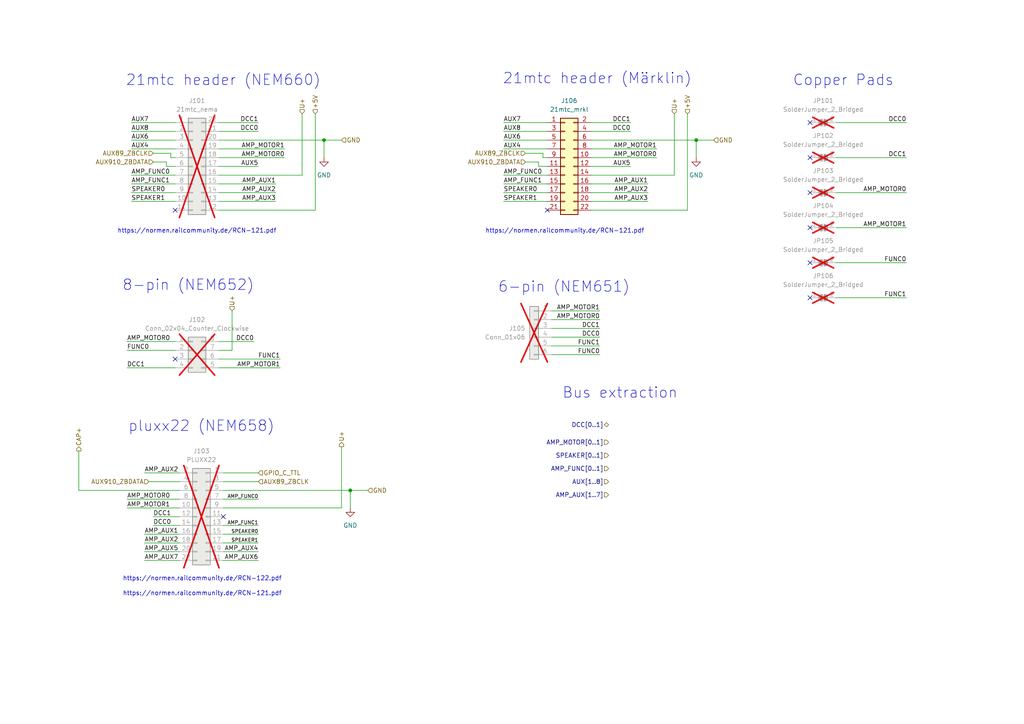
<source format=kicad_sch>
(kicad_sch (version 20231120) (generator "eeschema") (generator_version "7.99")
  (paper "A4")
  (lib_symbols
    (symbol "Connector_Generic:Conn_01x06" (pin_names (offset 1.016) hide)
      (property "Reference" "J" (at 0 7.62 0))
      (property "Value" "Conn_01x06" (at 0 -10.16 0))
      (symbol "Conn_01x06_1_1"
        (rectangle (start -1.27 -7.493) (end 0 -7.747) (stroke (width 0.1524)))
        (rectangle (start -1.27 -4.953) (end 0 -5.207) (stroke (width 0.1524)))
        (rectangle (start -1.27 -2.413) (end 0 -2.667) (stroke (width 0.1524)))
        (rectangle (start -1.27 0.127) (end 0 -0.127) (stroke (width 0.1524)))
        (rectangle (start -1.27 2.667) (end 0 2.413) (stroke (width 0.1524)))
        (rectangle (start -1.27 5.207) (end 0 4.953) (stroke (width 0.1524)))
        (rectangle (start -1.27 6.35) (end 1.27 -8.89) (stroke (width 0.254)) (fill (type background)))
        (pin passive line (at -5.08 5.08 0) (length 3.81) (name "Pin_1") (number "1"))
        (pin passive line (at -5.08 2.54 0) (length 3.81) (name "Pin_2") (number "2"))
        (pin passive line (at -5.08 0 0) (length 3.81) (name "Pin_3") (number "3"))
        (pin passive line (at -5.08 -2.54 0) (length 3.81) (name "Pin_4") (number "4"))
        (pin passive line (at -5.08 -5.08 0) (length 3.81) (name "Pin_5") (number "5"))
        (pin passive line (at -5.08 -7.62 0) (length 3.81) (name "Pin_6") (number "6"))
      )
    )
    (symbol "Connector_Generic:Conn_02x04_Counter_Clockwise" (pin_names (offset 1.016) hide)
      (property "Reference" "J" (at 1.27 5.08 0))
      (property "Value" "Conn_02x04_Counter_Clockwise" (at 1.27 -7.62 0))
      (symbol "Conn_02x04_Counter_Clockwise_1_1"
        (rectangle (start -1.27 -4.953) (end 0 -5.207) (stroke (width 0.1524)))
        (rectangle (start -1.27 -2.413) (end 0 -2.667) (stroke (width 0.1524)))
        (rectangle (start -1.27 0.127) (end 0 -0.127) (stroke (width 0.1524)))
        (rectangle (start -1.27 2.667) (end 0 2.413) (stroke (width 0.1524)))
        (rectangle (start -1.27 3.81) (end 3.81 -6.35) (stroke (width 0.254)) (fill (type background)))
        (rectangle (start 3.81 -4.953) (end 2.54 -5.207) (stroke (width 0.1524)))
        (rectangle (start 3.81 -2.413) (end 2.54 -2.667) (stroke (width 0.1524)))
        (rectangle (start 3.81 0.127) (end 2.54 -0.127) (stroke (width 0.1524)))
        (rectangle (start 3.81 2.667) (end 2.54 2.413) (stroke (width 0.1524)))
        (pin passive line (at -5.08 2.54 0) (length 3.81) (name "Pin_1") (number "1"))
        (pin passive line (at -5.08 0 0) (length 3.81) (name "Pin_2") (number "2"))
        (pin passive line (at -5.08 -2.54 0) (length 3.81) (name "Pin_3") (number "3"))
        (pin passive line (at -5.08 -5.08 0) (length 3.81) (name "Pin_4") (number "4"))
        (pin passive line (at 7.62 -5.08 180) (length 3.81) (name "Pin_5") (number "5"))
        (pin passive line (at 7.62 -2.54 180) (length 3.81) (name "Pin_6") (number "6"))
        (pin passive line (at 7.62 0 180) (length 3.81) (name "Pin_7") (number "7"))
        (pin passive line (at 7.62 2.54 180) (length 3.81) (name "Pin_8") (number "8"))
      )
    )
    (symbol "Connector_Generic:Conn_02x11_Counter_Clockwise" (pin_names (offset 1.016) hide)
      (property "Reference" "J" (at 1.27 15.24 0))
      (property "Value" "Conn_02x11_Counter_Clockwise" (at 1.27 -15.24 0))
      (symbol "Conn_02x11_Counter_Clockwise_1_1"
        (rectangle (start -1.27 -12.573) (end 0 -12.827) (stroke (width 0.1524)))
        (rectangle (start -1.27 -10.033) (end 0 -10.287) (stroke (width 0.1524)))
        (rectangle (start -1.27 -7.493) (end 0 -7.747) (stroke (width 0.1524)))
        (rectangle (start -1.27 -4.953) (end 0 -5.207) (stroke (width 0.1524)))
        (rectangle (start -1.27 -2.413) (end 0 -2.667) (stroke (width 0.1524)))
        (rectangle (start -1.27 0.127) (end 0 -0.127) (stroke (width 0.1524)))
        (rectangle (start -1.27 2.667) (end 0 2.413) (stroke (width 0.1524)))
        (rectangle (start -1.27 5.207) (end 0 4.953) (stroke (width 0.1524)))
        (rectangle (start -1.27 7.747) (end 0 7.493) (stroke (width 0.1524)))
        (rectangle (start -1.27 10.287) (end 0 10.033) (stroke (width 0.1524)))
        (rectangle (start -1.27 12.827) (end 0 12.573) (stroke (width 0.1524)))
        (rectangle (start -1.27 13.97) (end 3.81 -13.97) (stroke (width 0.254)) (fill (type background)))
        (rectangle (start 3.81 -12.573) (end 2.54 -12.827) (stroke (width 0.1524)))
        (rectangle (start 3.81 -10.033) (end 2.54 -10.287) (stroke (width 0.1524)))
        (rectangle (start 3.81 -7.493) (end 2.54 -7.747) (stroke (width 0.1524)))
        (rectangle (start 3.81 -4.953) (end 2.54 -5.207) (stroke (width 0.1524)))
        (rectangle (start 3.81 -2.413) (end 2.54 -2.667) (stroke (width 0.1524)))
        (rectangle (start 3.81 0.127) (end 2.54 -0.127) (stroke (width 0.1524)))
        (rectangle (start 3.81 2.667) (end 2.54 2.413) (stroke (width 0.1524)))
        (rectangle (start 3.81 5.207) (end 2.54 4.953) (stroke (width 0.1524)))
        (rectangle (start 3.81 7.747) (end 2.54 7.493) (stroke (width 0.1524)))
        (rectangle (start 3.81 10.287) (end 2.54 10.033) (stroke (width 0.1524)))
        (rectangle (start 3.81 12.827) (end 2.54 12.573) (stroke (width 0.1524)))
        (pin passive line (at -5.08 12.7 0) (length 3.81) (name "Pin_1") (number "1"))
        (pin passive line (at -5.08 -10.16 0) (length 3.81) (name "Pin_10") (number "10"))
        (pin passive line (at -5.08 -12.7 0) (length 3.81) (name "Pin_11") (number "11"))
        (pin passive line (at 7.62 -12.7 180) (length 3.81) (name "Pin_12") (number "12"))
        (pin passive line (at 7.62 -10.16 180) (length 3.81) (name "Pin_13") (number "13"))
        (pin passive line (at 7.62 -7.62 180) (length 3.81) (name "Pin_14") (number "14"))
        (pin passive line (at 7.62 -5.08 180) (length 3.81) (name "Pin_15") (number "15"))
        (pin passive line (at 7.62 -2.54 180) (length 3.81) (name "Pin_16") (number "16"))
        (pin passive line (at 7.62 0 180) (length 3.81) (name "Pin_17") (number "17"))
        (pin passive line (at 7.62 2.54 180) (length 3.81) (name "Pin_18") (number "18"))
        (pin passive line (at 7.62 5.08 180) (length 3.81) (name "Pin_19") (number "19"))
        (pin passive line (at -5.08 10.16 0) (length 3.81) (name "Pin_2") (number "2"))
        (pin passive line (at 7.62 7.62 180) (length 3.81) (name "Pin_20") (number "20"))
        (pin passive line (at 7.62 10.16 180) (length 3.81) (name "Pin_21") (number "21"))
        (pin passive line (at 7.62 12.7 180) (length 3.81) (name "Pin_22") (number "22"))
        (pin passive line (at -5.08 7.62 0) (length 3.81) (name "Pin_3") (number "3"))
        (pin passive line (at -5.08 5.08 0) (length 3.81) (name "Pin_4") (number "4"))
        (pin passive line (at -5.08 2.54 0) (length 3.81) (name "Pin_5") (number "5"))
        (pin passive line (at -5.08 0 0) (length 3.81) (name "Pin_6") (number "6"))
        (pin passive line (at -5.08 -2.54 0) (length 3.81) (name "Pin_7") (number "7"))
        (pin passive line (at -5.08 -5.08 0) (length 3.81) (name "Pin_8") (number "8"))
        (pin passive line (at -5.08 -7.62 0) (length 3.81) (name "Pin_9") (number "9"))
      )
    )
    (symbol "Connector_Generic:Conn_02x11_Odd_Even" (pin_names (offset 1.016) hide)
      (property "Reference" "J" (at 1.27 15.24 0))
      (property "Value" "Conn_02x11_Odd_Even" (at 1.27 -15.24 0))
      (symbol "Conn_02x11_Odd_Even_1_1"
        (rectangle (start -1.27 -12.573) (end 0 -12.827) (stroke (width 0.1524)))
        (rectangle (start -1.27 -10.033) (end 0 -10.287) (stroke (width 0.1524)))
        (rectangle (start -1.27 -7.493) (end 0 -7.747) (stroke (width 0.1524)))
        (rectangle (start -1.27 -4.953) (end 0 -5.207) (stroke (width 0.1524)))
        (rectangle (start -1.27 -2.413) (end 0 -2.667) (stroke (width 0.1524)))
        (rectangle (start -1.27 0.127) (end 0 -0.127) (stroke (width 0.1524)))
        (rectangle (start -1.27 2.667) (end 0 2.413) (stroke (width 0.1524)))
        (rectangle (start -1.27 5.207) (end 0 4.953) (stroke (width 0.1524)))
        (rectangle (start -1.27 7.747) (end 0 7.493) (stroke (width 0.1524)))
        (rectangle (start -1.27 10.287) (end 0 10.033) (stroke (width 0.1524)))
        (rectangle (start -1.27 12.827) (end 0 12.573) (stroke (width 0.1524)))
        (rectangle (start -1.27 13.97) (end 3.81 -13.97) (stroke (width 0.254)) (fill (type background)))
        (rectangle (start 3.81 -12.573) (end 2.54 -12.827) (stroke (width 0.1524)))
        (rectangle (start 3.81 -10.033) (end 2.54 -10.287) (stroke (width 0.1524)))
        (rectangle (start 3.81 -7.493) (end 2.54 -7.747) (stroke (width 0.1524)))
        (rectangle (start 3.81 -4.953) (end 2.54 -5.207) (stroke (width 0.1524)))
        (rectangle (start 3.81 -2.413) (end 2.54 -2.667) (stroke (width 0.1524)))
        (rectangle (start 3.81 0.127) (end 2.54 -0.127) (stroke (width 0.1524)))
        (rectangle (start 3.81 2.667) (end 2.54 2.413) (stroke (width 0.1524)))
        (rectangle (start 3.81 5.207) (end 2.54 4.953) (stroke (width 0.1524)))
        (rectangle (start 3.81 7.747) (end 2.54 7.493) (stroke (width 0.1524)))
        (rectangle (start 3.81 10.287) (end 2.54 10.033) (stroke (width 0.1524)))
        (rectangle (start 3.81 12.827) (end 2.54 12.573) (stroke (width 0.1524)))
        (pin passive line (at -5.08 12.7 0) (length 3.81) (name "Pin_1") (number "1"))
        (pin passive line (at 7.62 2.54 180) (length 3.81) (name "Pin_10") (number "10"))
        (pin passive line (at -5.08 0 0) (length 3.81) (name "Pin_11") (number "11"))
        (pin passive line (at 7.62 0 180) (length 3.81) (name "Pin_12") (number "12"))
        (pin passive line (at -5.08 -2.54 0) (length 3.81) (name "Pin_13") (number "13"))
        (pin passive line (at 7.62 -2.54 180) (length 3.81) (name "Pin_14") (number "14"))
        (pin passive line (at -5.08 -5.08 0) (length 3.81) (name "Pin_15") (number "15"))
        (pin passive line (at 7.62 -5.08 180) (length 3.81) (name "Pin_16") (number "16"))
        (pin passive line (at -5.08 -7.62 0) (length 3.81) (name "Pin_17") (number "17"))
        (pin passive line (at 7.62 -7.62 180) (length 3.81) (name "Pin_18") (number "18"))
        (pin passive line (at -5.08 -10.16 0) (length 3.81) (name "Pin_19") (number "19"))
        (pin passive line (at 7.62 12.7 180) (length 3.81) (name "Pin_2") (number "2"))
        (pin passive line (at 7.62 -10.16 180) (length 3.81) (name "Pin_20") (number "20"))
        (pin passive line (at -5.08 -12.7 0) (length 3.81) (name "Pin_21") (number "21"))
        (pin passive line (at 7.62 -12.7 180) (length 3.81) (name "Pin_22") (number "22"))
        (pin passive line (at -5.08 10.16 0) (length 3.81) (name "Pin_3") (number "3"))
        (pin passive line (at 7.62 10.16 180) (length 3.81) (name "Pin_4") (number "4"))
        (pin passive line (at -5.08 7.62 0) (length 3.81) (name "Pin_5") (number "5"))
        (pin passive line (at 7.62 7.62 180) (length 3.81) (name "Pin_6") (number "6"))
        (pin passive line (at -5.08 5.08 0) (length 3.81) (name "Pin_7") (number "7"))
        (pin passive line (at 7.62 5.08 180) (length 3.81) (name "Pin_8") (number "8"))
        (pin passive line (at -5.08 2.54 0) (length 3.81) (name "Pin_9") (number "9"))
      )
    )
    (symbol "Jumper:SolderJumper_2_Bridged" (pin_names (offset 0) hide)
      (property "Reference" "JP" (at 0 2.032 0))
      (property "Value" "SolderJumper_2_Bridged" (at 0 -2.54 0))
      (symbol "SolderJumper_2_Bridged_0_1"
        (rectangle (start -0.508 0.508) (end 0.508 -0.508) (fill (type outline)))
        (arc (start -0.254 1.016) (mid -1.2656 0) (end -0.254 -1.016))
        (arc (start -0.254 1.016) (mid -1.2656 0) (end -0.254 -1.016) (fill (type outline)))
        (polyline (pts (xy -0.254 1.016) (xy -0.254 -1.016)))
        (polyline (pts (xy 0.254 1.016) (xy 0.254 -1.016)))
        (arc (start 0.254 -1.016) (mid 1.2656 0) (end 0.254 1.016))
        (arc (start 0.254 -1.016) (mid 1.2656 0) (end 0.254 1.016) (fill (type outline)))
      )
      (symbol "SolderJumper_2_Bridged_1_1"
        (pin passive line (at -3.81 0 0) (length 2.54) (name "A") (number "1"))
        (pin passive line (at 3.81 0 180) (length 2.54) (name "B") (number "2"))
      )
    )
    (symbol "power:GND" (power) (pin_names (offset 0))
      (property "Value" "GND" (at 0 -3.81 0))
      (symbol "GND_0_1"
        (polyline (pts (xy 0 0) (xy 0 -1.27) (xy 1.27 -1.27) (xy 0 -2.54) (xy -1.27 -1.27) (xy 0 -1.27)))
      )
      (symbol "GND_1_1"
        (pin power_in line (at 0 0 270) (length 0) hide (name "GND") (number "1"))
      )
    )
  )
  (junction (at 93.98 40.64))
  (junction (at 101.6 142.24))
  (junction (at 201.93 40.64))
  (no_connect (at 234.95 45.72))
  (no_connect (at 64.77 149.86))
  (no_connect (at 50.8 104.14))
  (no_connect (at 234.95 55.88))
  (no_connect (at 234.95 35.56))
  (no_connect (at 234.95 66.04))
  (no_connect (at 234.95 76.2))
  (no_connect (at 50.8 60.96))
  (no_connect (at 158.75 60.96))
  (no_connect (at 234.95 86.36))
  (wire (pts (xy 22.86 130.81) (xy 22.86 142.24)))
  (wire (pts (xy 64.77 147.32) (xy 99.06 147.32)))
  (wire (pts (xy 64.77 157.48) (xy 74.93 157.48)))
  (wire (pts (xy 93.98 40.64) (xy 93.98 45.72)))
  (wire (pts (xy 63.5 38.1) (xy 74.93 38.1)))
  (wire (pts (xy 63.5 40.64) (xy 93.98 40.64)))
  (wire (pts (xy 156.21 48.26) (xy 158.75 48.26)))
  (wire (pts (xy 52.07 157.48) (xy 41.91 157.48)))
  (wire (pts (xy 160.02 92.71) (xy 173.99 92.71)))
  (wire (pts (xy 91.44 33.02) (xy 91.44 60.96)))
  (wire (pts (xy 160.02 90.17) (xy 173.99 90.17)))
  (wire (pts (xy 52.07 137.16) (xy 41.91 137.16)))
  (wire (pts (xy 36.83 99.06) (xy 50.8 99.06)))
  (wire (pts (xy 38.1 40.64) (xy 50.8 40.64)))
  (wire (pts (xy 67.31 101.6) (xy 67.31 90.17)))
  (wire (pts (xy 64.77 152.4) (xy 74.93 152.4)))
  (wire (pts (xy 242.57 66.04) (xy 262.89 66.04)))
  (wire (pts (xy 101.6 142.24) (xy 106.68 142.24)))
  (wire (pts (xy 171.45 60.96) (xy 199.39 60.96)))
  (wire (pts (xy 63.5 104.14) (xy 81.28 104.14)))
  (wire (pts (xy 156.21 46.99) (xy 156.21 48.26)))
  (wire (pts (xy 36.83 144.78) (xy 52.07 144.78)))
  (wire (pts (xy 44.45 152.4) (xy 52.07 152.4)))
  (wire (pts (xy 63.5 50.8) (xy 87.63 50.8)))
  (wire (pts (xy 146.05 38.1) (xy 158.75 38.1)))
  (wire (pts (xy 160.02 100.33) (xy 173.99 100.33)))
  (wire (pts (xy 41.91 162.56) (xy 52.07 162.56)))
  (wire (pts (xy 171.45 50.8) (xy 195.58 50.8)))
  (wire (pts (xy 38.1 55.88) (xy 50.8 55.88)))
  (wire (pts (xy 262.89 86.36) (xy 242.57 86.36)))
  (wire (pts (xy 38.1 58.42) (xy 50.8 58.42)))
  (wire (pts (xy 171.45 48.26) (xy 182.88 48.26)))
  (wire (pts (xy 63.5 53.34) (xy 80.01 53.34)))
  (wire (pts (xy 87.63 33.02) (xy 87.63 50.8)))
  (wire (pts (xy 171.45 53.34) (xy 187.96 53.34)))
  (wire (pts (xy 63.5 106.68) (xy 81.28 106.68)))
  (wire (pts (xy 63.5 48.26) (xy 74.93 48.26)))
  (wire (pts (xy 48.26 46.99) (xy 44.45 46.99)))
  (wire (pts (xy 63.5 35.56) (xy 74.93 35.56)))
  (wire (pts (xy 41.91 160.02) (xy 52.07 160.02)))
  (wire (pts (xy 201.93 40.64) (xy 207.01 40.64)))
  (wire (pts (xy 44.45 44.45) (xy 49.53 44.45)))
  (wire (pts (xy 63.5 58.42) (xy 80.01 58.42)))
  (wire (pts (xy 38.1 35.56) (xy 50.8 35.56)))
  (wire (pts (xy 64.77 160.02) (xy 74.93 160.02)))
  (wire (pts (xy 160.02 95.25) (xy 173.99 95.25)))
  (wire (pts (xy 146.05 35.56) (xy 158.75 35.56)))
  (wire (pts (xy 146.05 43.18) (xy 158.75 43.18)))
  (wire (pts (xy 146.05 50.8) (xy 158.75 50.8)))
  (wire (pts (xy 36.83 106.68) (xy 50.8 106.68)))
  (wire (pts (xy 262.89 76.2) (xy 242.57 76.2)))
  (wire (pts (xy 38.1 38.1) (xy 50.8 38.1)))
  (wire (pts (xy 201.93 40.64) (xy 201.93 45.72)))
  (wire (pts (xy 146.05 40.64) (xy 158.75 40.64)))
  (wire (pts (xy 38.1 50.8) (xy 50.8 50.8)))
  (wire (pts (xy 63.5 99.06) (xy 73.66 99.06)))
  (wire (pts (xy 64.77 142.24) (xy 101.6 142.24)))
  (wire (pts (xy 171.45 55.88) (xy 187.96 55.88)))
  (wire (pts (xy 49.53 45.72) (xy 50.8 45.72)))
  (wire (pts (xy 171.45 40.64) (xy 201.93 40.64)))
  (wire (pts (xy 52.07 139.7) (xy 43.18 139.7)))
  (wire (pts (xy 64.77 144.78) (xy 74.93 144.78)))
  (wire (pts (xy 152.4 44.45) (xy 157.48 44.45)))
  (wire (pts (xy 157.48 45.72) (xy 158.75 45.72)))
  (wire (pts (xy 157.48 44.45) (xy 157.48 45.72)))
  (wire (pts (xy 64.77 137.16) (xy 74.93 137.16)))
  (wire (pts (xy 63.5 101.6) (xy 67.31 101.6)))
  (wire (pts (xy 48.26 48.26) (xy 50.8 48.26)))
  (wire (pts (xy 160.02 97.79) (xy 173.99 97.79)))
  (wire (pts (xy 63.5 43.18) (xy 82.55 43.18)))
  (wire (pts (xy 156.21 46.99) (xy 152.4 46.99)))
  (wire (pts (xy 199.39 33.02) (xy 199.39 60.96)))
  (wire (pts (xy 171.45 43.18) (xy 190.5 43.18)))
  (wire (pts (xy 63.5 55.88) (xy 80.01 55.88)))
  (wire (pts (xy 64.77 154.94) (xy 74.93 154.94)))
  (wire (pts (xy 242.57 45.72) (xy 262.89 45.72)))
  (wire (pts (xy 38.1 43.18) (xy 50.8 43.18)))
  (wire (pts (xy 146.05 53.34) (xy 158.75 53.34)))
  (wire (pts (xy 52.07 154.94) (xy 41.91 154.94)))
  (wire (pts (xy 242.57 35.56) (xy 262.89 35.56)))
  (wire (pts (xy 101.6 142.24) (xy 101.6 147.32)))
  (wire (pts (xy 242.57 55.88) (xy 262.89 55.88)))
  (wire (pts (xy 63.5 45.72) (xy 82.55 45.72)))
  (wire (pts (xy 64.77 162.56) (xy 74.93 162.56)))
  (wire (pts (xy 160.02 102.87) (xy 173.99 102.87)))
  (wire (pts (xy 171.45 38.1) (xy 182.88 38.1)))
  (wire (pts (xy 195.58 33.02) (xy 195.58 50.8)))
  (wire (pts (xy 171.45 35.56) (xy 182.88 35.56)))
  (wire (pts (xy 171.45 45.72) (xy 190.5 45.72)))
  (wire (pts (xy 36.83 147.32) (xy 52.07 147.32)))
  (wire (pts (xy 48.26 46.99) (xy 48.26 48.26)))
  (wire (pts (xy 93.98 40.64) (xy 99.06 40.64)))
  (wire (pts (xy 146.05 55.88) (xy 158.75 55.88)))
  (wire (pts (xy 99.06 129.54) (xy 99.06 147.32)))
  (wire (pts (xy 63.5 60.96) (xy 91.44 60.96)))
  (wire (pts (xy 64.77 139.7) (xy 74.93 139.7)))
  (wire (pts (xy 38.1 53.34) (xy 50.8 53.34)))
  (wire (pts (xy 146.05 58.42) (xy 158.75 58.42)))
  (wire (pts (xy 44.45 149.86) (xy 52.07 149.86)))
  (wire (pts (xy 171.45 58.42) (xy 187.96 58.42)))
  (wire (pts (xy 22.86 142.24) (xy 52.07 142.24)))
  (wire (pts (xy 36.83 101.6) (xy 50.8 101.6)))
  (wire (pts (xy 49.53 44.45) (xy 49.53 45.72)))
  (text "https://normen.railcommunity.de/RCN-122.pdf" (at 58.674 167.894 0) (effects (font (size 1.27 1.27))))
  (text "https://normen.railcommunity.de/RCN-121.pdf" (at 58.674 172.212 0) (effects (font (size 1.27 1.27))))
  (text "21mtc header (Märklin)" (at 173.228 22.86 0) (effects (font (size 3.048 3.048))))
  (text "https://normen.railcommunity.de/RCN-121.pdf" (at 57.15 67.056 0) (effects (font (size 1.27 1.27))))
  (text "Copper Pads" (at 244.602 23.368 0) (effects (font (size 3.048 3.048))))
  (text "8-pin (NEM652)" (at 54.61 82.804 0) (effects (font (size 3.048 3.048))))
  (text "6-pin (NEM651)" (at 163.576 83.312 0) (effects (font (size 3.048 3.048))))
  (text "https://normen.railcommunity.de/RCN-121.pdf" (at 163.83 67.056 0) (effects (font (size 1.27 1.27))))
  (text "pluxx22 (NEM658)" (at 58.42 123.698 0) (effects (font (size 3.048 3.048))))
  (text "21mtc header (NEM660)" (at 64.77 23.368 0) (effects (font (size 3.048 3.048))))
  (text "Bus extraction" (at 179.832 114.046 0) (effects (font (size 3.048 3.048))))
  (label "DCC0" (at 73.66 99.06 180))
  (label "FUNC0" (at 36.83 101.6 0))
  (label "DCC0" (at 74.93 38.1 180))
  (label "AMP_MOTOR1" (at 190.5 43.18 180))
  (label "FUNC1" (at 262.89 86.36 180))
  (label "AMP_MOTOR1" (at 82.55 43.18 180))
  (label "FUNC0" (at 173.99 102.87 180))
  (label "AUX6" (at 38.1 40.64 0))
  (label "SPEAKER0" (at 74.93 154.94 180) (effects (font (size 1.016 1.016))))
  (label "AMP_AUX7" (at 41.91 162.56 0))
  (label "AMP_AUX4" (at 74.93 160.02 180))
  (label "AMP_MOTOR1" (at 173.99 90.17 180))
  (label "DCC0" (at 173.99 97.79 180))
  (label "SPEAKER1" (at 146.05 58.42 0))
  (label "DCC0" (at 182.88 38.1 180))
  (label "AUX7" (at 38.1 35.56 0))
  (label "AUX7" (at 146.05 35.56 0))
  (label "AUX5" (at 182.88 48.26 180))
  (label "AMP_MOTOR0" (at 82.55 45.72 180))
  (label "AMP_FUNC1" (at 38.1 53.34 0))
  (label "AUX4" (at 146.05 43.18 0))
  (label "AMP_AUX1" (at 187.96 53.34 180))
  (label "AMP_FUNC0" (at 74.93 144.78 180) (effects (font (size 1.016 1.016))))
  (label "AMP_AUX2" (at 80.01 55.88 180))
  (label "DCC1" (at 44.45 149.86 0))
  (label "SPEAKER1" (at 74.93 157.48 180) (effects (font (size 1.016 1.016))))
  (label "AUX8" (at 146.05 38.1 0))
  (label "AMP_FUNC0" (at 38.1 50.8 0))
  (label "AUX6" (at 146.05 40.64 0))
  (label "AMP_MOTOR1" (at 262.89 66.04 180))
  (label "SPEAKER0" (at 38.1 55.88 0))
  (label "AMP_FUNC1" (at 146.05 53.34 0))
  (label "FUNC1" (at 173.99 100.33 180))
  (label "DCC0" (at 44.45 152.4 0))
  (label "FUNC0" (at 262.89 76.2 180))
  (label "AMP_AUX1" (at 80.01 53.34 180))
  (label "AMP_MOTOR0" (at 36.83 99.06 0))
  (label "AUX4" (at 38.1 43.18 0))
  (label "AMP_MOTOR0" (at 262.89 55.88 180))
  (label "DCC1" (at 182.88 35.56 180))
  (label "AMP_MOTOR0" (at 173.99 92.71 180))
  (label "DCC1" (at 173.99 95.25 180))
  (label "AMP_AUX2" (at 41.91 157.48 0))
  (label "AMP_MOTOR0" (at 36.83 144.78 0))
  (label "AMP_FUNC0" (at 146.05 50.8 0))
  (label "AMP_MOTOR1" (at 36.83 147.32 0))
  (label "AMP_AUX2" (at 41.91 137.16 0))
  (label "AUX8" (at 38.1 38.1 0))
  (label "DCC1" (at 36.83 106.68 0))
  (label "DCC1" (at 74.93 35.56 180))
  (label "AUX5" (at 74.93 48.26 180))
  (label "AMP_AUX3" (at 187.96 58.42 180))
  (label "DCC1" (at 262.89 45.72 180))
  (label "AMP_MOTOR0" (at 190.5 45.72 180))
  (label "FUNC1" (at 81.28 104.14 180))
  (label "AMP_FUNC1" (at 74.93 152.4 180) (effects (font (size 1.016 1.016))))
  (label "DCC0" (at 262.89 35.56 180))
  (label "AMP_AUX3" (at 80.01 58.42 180))
  (label "AMP_AUX1" (at 41.91 154.94 0))
  (label "SPEAKER1" (at 38.1 58.42 0))
  (label "AMP_AUX2" (at 187.96 55.88 180))
  (label "AMP_MOTOR1" (at 81.28 106.68 180))
  (label "SPEAKER0" (at 146.05 55.88 0))
  (label "AMP_AUX6" (at 74.93 162.56 180))
  (label "AMP_AUX5" (at 41.91 160.02 0))
  (hierarchical_label "AUX89_ZBCLK" (shape input) (at 152.4 44.45 180))
  (hierarchical_label "+5V" (shape input) (at 91.44 33.02 90))
  (hierarchical_label "U+" (shape output) (at 99.06 129.54 90))
  (hierarchical_label "SPEAKER[0..1]" (shape input) (at 176.53 132.08 180))
  (hierarchical_label "AMP_FUNC[0..1]" (shape input) (at 176.53 135.89 180))
  (hierarchical_label "AUX89_ZBCLK" (shape input) (at 74.93 139.7 0))
  (hierarchical_label "AUX910_ZBDATA" (shape input) (at 152.4 46.99 180))
  (hierarchical_label "GND" (shape input) (at 207.01 40.64 0))
  (hierarchical_label "AMP_AUX[1..7]" (shape input) (at 176.53 143.51 180))
  (hierarchical_label "AUX89_ZBCLK" (shape input) (at 44.45 44.45 180))
  (hierarchical_label "+5V" (shape input) (at 199.39 33.02 90))
  (hierarchical_label "CAP+" (shape output) (at 22.86 130.81 90))
  (hierarchical_label "GND" (shape input) (at 106.68 142.24 0))
  (hierarchical_label "U+" (shape input) (at 195.58 33.02 90))
  (hierarchical_label "U+" (shape input) (at 87.63 33.02 90))
  (hierarchical_label "AUX910_ZBDATA" (shape input) (at 43.18 139.7 180))
  (hierarchical_label "GPIO_C_TTL" (shape input) (at 74.93 137.16 0))
  (hierarchical_label "U+" (shape input) (at 67.31 90.17 90))
  (hierarchical_label "GND" (shape input) (at 99.06 40.64 0))
  (hierarchical_label "AUX910_ZBDATA" (shape input) (at 44.45 46.99 180))
  (hierarchical_label "AMP_MOTOR[0..1]" (shape input) (at 176.53 128.27 180))
  (hierarchical_label "DCC[0..1]" (shape bidirectional) (at 176.53 123.19 180))
  (hierarchical_label "AUX[1..8]" (shape input) (at 176.53 139.7 180))
  (symbol (lib_id "Jumper:SolderJumper_2_Bridged") (at 238.76 35.56 0) (unit 1) (in_bom no) (dnp yes)
    (property "Reference" "JP101" (at 238.76 29.21 0))
    (property "Value" "SolderJumper_2_Bridged" (at 238.76 31.75 0))
    (property "Footprint" "Jumper:SolderJumper-2_P1.3mm_Bridged_Pad1.0x1.5mm" (effects (hide yes)))
    (property "Description" "Solder Jumper, 2-pole, closed/bridged" (effects (hide yes)))
  )
  (symbol (lib_id "Connector_Generic:Conn_01x06") (at 154.94 95.25 0) (mirror y) (unit 1) (exclude_from_sim yes) (in_bom no) (on_board no) (dnp yes)
    (property "Reference" "J105" (at 152.4 95.2499 0) (effects (justify left)))
    (property "Value" "Conn_01x06" (at 152.4 97.7899 0) (effects (justify left)))
    (property "Description" "Generic connector, single row, 01x06, script generated (kicad-library-utils/schlib/autogen/connector/)" (effects (hide yes)))
  )
  (symbol (lib_id "Connector_Generic:Conn_02x04_Counter_Clockwise") (at 55.88 101.6 0) (unit 1) (exclude_from_sim yes) (in_bom no) (on_board no) (dnp yes)
    (property "Reference" "J102" (at 57.15 92.71 0))
    (property "Value" "Conn_02x04_Counter_Clockwise" (at 57.15 95.25 0))
    (property "Footprint" "Connector_PinHeader_2.54mm:PinHeader_2x04_P2.54mm_Vertical_SMD" (effects (hide yes)))
    (property "Description" "Generic connector, double row, 02x04, counter clockwise pin numbering scheme (similar to DIP package numbering), script generated (kicad-library-utils/schlib/autogen/connector/)" (effects (hide yes)))
  )
  (symbol (lib_id "Jumper:SolderJumper_2_Bridged") (at 238.76 55.88 0) (unit 1) (in_bom no) (dnp yes)
    (property "Reference" "JP103" (at 238.76 49.53 0))
    (property "Value" "SolderJumper_2_Bridged" (at 238.76 52.07 0))
    (property "Footprint" "Jumper:SolderJumper-2_P1.3mm_Bridged_Pad1.0x1.5mm" (effects (hide yes)))
    (property "Description" "Solder Jumper, 2-pole, closed/bridged" (effects (hide yes)))
  )
  (symbol (lib_id "Jumper:SolderJumper_2_Bridged") (at 238.76 86.36 0) (unit 1) (in_bom no) (dnp yes)
    (property "Reference" "JP106" (at 238.76 80.01 0))
    (property "Value" "SolderJumper_2_Bridged" (at 238.76 82.55 0))
    (property "Footprint" "Jumper:SolderJumper-2_P1.3mm_Bridged_Pad1.0x1.5mm" (effects (hide yes)))
    (property "Description" "Solder Jumper, 2-pole, closed/bridged" (effects (hide yes)))
  )
  (symbol (lib_id "power:GND") (at 101.6 147.32 0) (unit 1)
    (property "Reference" "#PWR0102" (effects (hide yes)))
    (property "Value" "GND" (at 101.6 152.4 0))
    (property "Description" "Power symbol creates a global label with name \"GND\" , ground" (effects (hide yes)))
  )
  (symbol (lib_id "Jumper:SolderJumper_2_Bridged") (at 238.76 66.04 0) (unit 1) (in_bom no) (dnp yes)
    (property "Reference" "JP104" (at 238.76 59.69 0))
    (property "Value" "SolderJumper_2_Bridged" (at 238.76 62.23 0))
    (property "Footprint" "Jumper:SolderJumper-2_P1.3mm_Bridged_Pad1.0x1.5mm" (effects (hide yes)))
    (property "Description" "Solder Jumper, 2-pole, closed/bridged" (effects (hide yes)))
  )
  (symbol (lib_id "Connector_Generic:Conn_02x11_Odd_Even") (at 163.83 48.26 0) (unit 1) (exclude_from_sim yes)
    (property "Reference" "J106" (at 165.1 29.21 0))
    (property "Value" "21mtc_mrkl" (at 165.1 31.75 0))
    (property "Footprint" "Connector_PinSocket_1.27mm:PinSocket_2x11_P1.27mm_Vertical_SMD" (effects (hide yes)))
    (property "Description" "Generic connector, double row, 02x11, odd/even pin numbering scheme (row 1 odd numbers, row 2 even numbers), script generated (kicad-library-utils/schlib/autogen/connector/)" (effects (hide yes)))
  )
  (symbol (lib_id "Jumper:SolderJumper_2_Bridged") (at 238.76 76.2 0) (unit 1) (in_bom no) (dnp yes)
    (property "Reference" "JP105" (at 238.76 69.85 0))
    (property "Value" "SolderJumper_2_Bridged" (at 238.76 72.39 0))
    (property "Footprint" "Jumper:SolderJumper-2_P1.3mm_Bridged_Pad1.0x1.5mm" (effects (hide yes)))
    (property "Description" "Solder Jumper, 2-pole, closed/bridged" (effects (hide yes)))
  )
  (symbol (lib_id "Connector_Generic:Conn_02x11_Odd_Even") (at 59.69 149.86 0) (mirror y) (unit 1) (exclude_from_sim yes) (in_bom no) (on_board no) (dnp yes)
    (property "Reference" "J103" (at 58.42 130.81 0))
    (property "Value" "PLUXX22" (at 58.42 133.35 0))
    (property "Footprint" "Connector_PinHeader_1.27mm:PinHeader_2x11_P1.27mm_Vertical_SMD" (effects (hide yes)))
    (property "Description" "Generic connector, double row, 02x11, odd/even pin numbering scheme (row 1 odd numbers, row 2 even numbers), script generated (kicad-library-utils/schlib/autogen/connector/)" (effects (hide yes)))
  )
  (symbol (lib_id "Connector_Generic:Conn_02x11_Counter_Clockwise") (at 55.88 48.26 0) (unit 1) (exclude_from_sim yes) (in_bom no) (on_board no) (dnp yes)
    (property "Reference" "J101" (at 57.15 29.21 0))
    (property "Value" "21mtc_nema" (at 57.15 31.75 0))
    (property "Footprint" "Connector_PinSocket_1.27mm:PinSocket_2x11_P1.27mm_Vertical_SMD" (effects (hide yes)))
    (property "Description" "Generic connector, double row, 02x11, counter clockwise pin numbering scheme (similar to DIP package numbering), script generated (kicad-library-utils/schlib/autogen/connector/)" (effects (hide yes)))
  )
  (symbol (lib_id "power:GND") (at 201.93 45.72 0) (unit 1)
    (property "Reference" "#PWR0103" (effects (hide yes)))
    (property "Value" "GND" (at 201.93 50.8 0))
    (property "Description" "Power symbol creates a global label with name \"GND\" , ground" (effects (hide yes)))
  )
  (symbol (lib_id "Jumper:SolderJumper_2_Bridged") (at 238.76 45.72 0) (unit 1) (in_bom no) (dnp yes)
    (property "Reference" "JP102" (at 238.76 39.37 0))
    (property "Value" "SolderJumper_2_Bridged" (at 238.76 41.91 0))
    (property "Footprint" "Jumper:SolderJumper-2_P1.3mm_Bridged_Pad1.0x1.5mm" (effects (hide yes)))
    (property "Description" "Solder Jumper, 2-pole, closed/bridged" (effects (hide yes)))
  )
  (symbol (lib_id "power:GND") (at 93.98 45.72 0) (unit 1)
    (property "Reference" "#PWR0101" (effects (hide yes)))
    (property "Value" "GND" (at 93.98 50.8 0))
    (property "Description" "Power symbol creates a global label with name \"GND\" , ground" (effects (hide yes)))
  )
)
</source>
